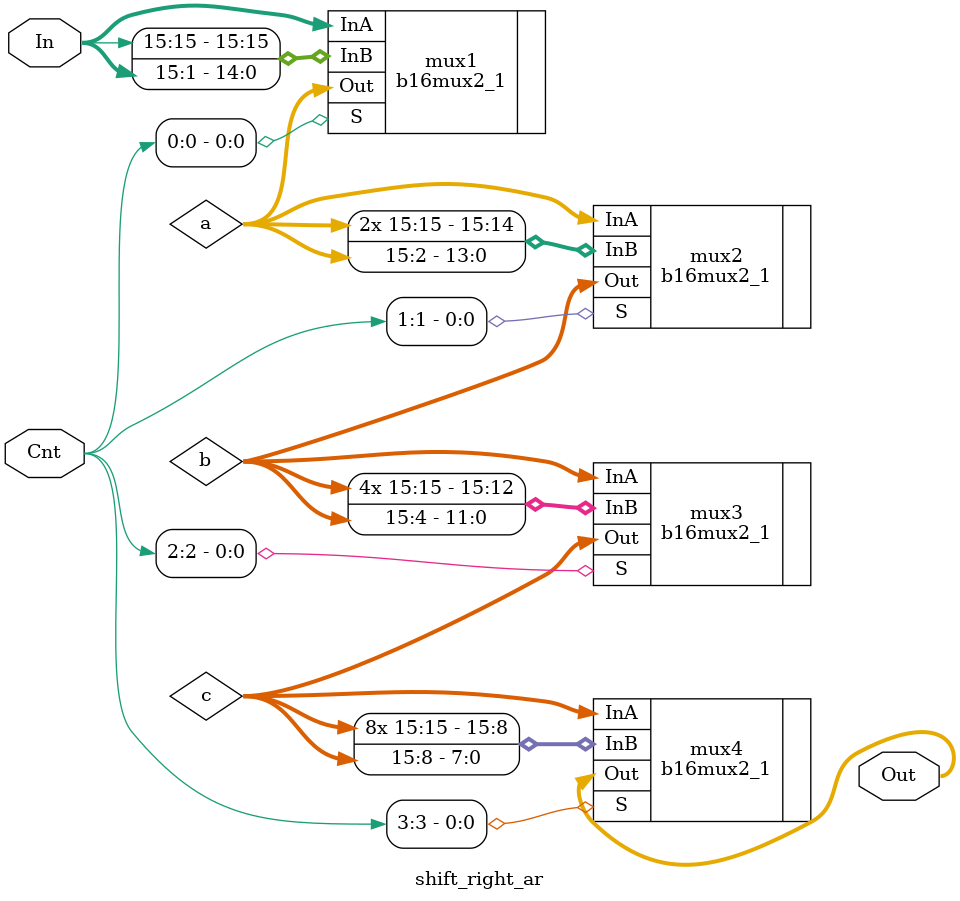
<source format=v>

module shift_right_ar(In,Cnt,Out);
input [15:0] In;
input [3:0] Cnt;
output [15:0] Out;
wire [15:0] a,b,c;

b16mux2_1 mux1(.InA(In),.InB({In[15],In[15:1]}),.S(Cnt[0]),.Out(a));
b16mux2_1 mux2(.InA(a),.InB({{2{a[15]}},a[15:2]}),.S(Cnt[1]),.Out(b));
b16mux2_1 mux3(.InA(b),.InB({{4{b[15]}},b[15:4]}),.S(Cnt[2]),.Out(c));
b16mux2_1 mux4(.InA(c),.InB({{8{c[15]}},c[15:8]}),.S(Cnt[3]),.Out(Out));

endmodule

</source>
